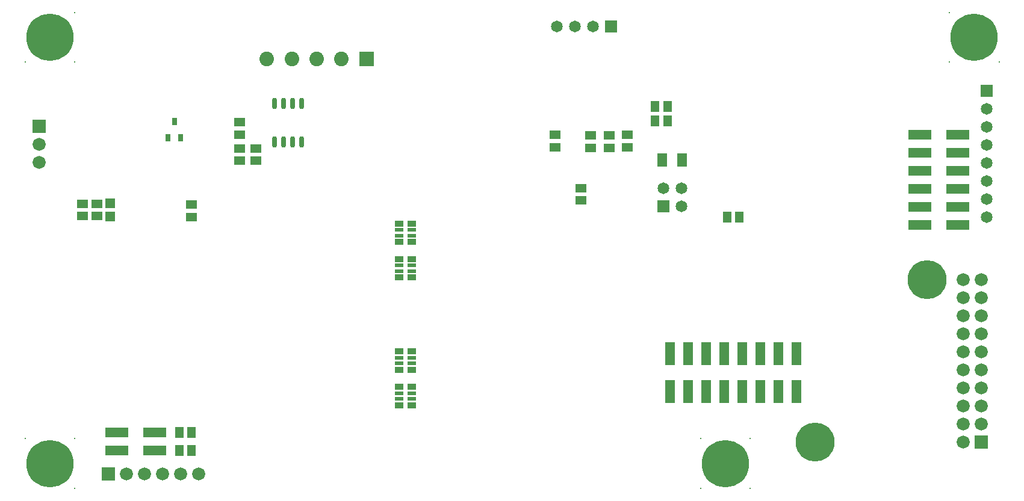
<source format=gbs>
G04 Layer_Color=16711935*
%FSLAX25Y25*%
%MOIN*%
G70*
G01*
G75*
%ADD104R,0.04931X0.06112*%
%ADD109R,0.05324X0.05324*%
%ADD116R,0.06112X0.04931*%
%ADD117R,0.05521X0.07490*%
%ADD126R,0.04931X0.02372*%
%ADD127R,0.04931X0.03356*%
%ADD130R,0.05600X0.12600*%
%ADD144C,0.07200*%
%ADD145R,0.07200X0.07200*%
%ADD146C,0.21600*%
%ADD147C,0.06506*%
%ADD148R,0.06506X0.06506*%
%ADD149R,0.08080X0.08080*%
%ADD150C,0.08080*%
%ADD151R,0.06506X0.06506*%
%ADD152C,0.26191*%
%ADD153R,0.07200X0.07200*%
%ADD154C,0.00724*%
%ADD155R,0.12600X0.05600*%
%ADD156R,0.03159X0.04340*%
%ADD157O,0.02962X0.06309*%
D104*
X91240Y37008D02*
D03*
X98130D02*
D03*
X91240Y27008D02*
D03*
X98130D02*
D03*
X401476Y156398D02*
D03*
X394587D02*
D03*
X361713Y209646D02*
D03*
X354823D02*
D03*
X361713Y217520D02*
D03*
X354823D02*
D03*
D109*
X53150Y156496D02*
D03*
Y163976D02*
D03*
D116*
X124803Y194390D02*
D03*
Y187500D02*
D03*
Y208957D02*
D03*
Y202067D02*
D03*
X133858Y187500D02*
D03*
Y194390D02*
D03*
X313780Y172343D02*
D03*
Y165453D02*
D03*
X299311Y194882D02*
D03*
Y201772D02*
D03*
X319193Y194685D02*
D03*
Y201575D02*
D03*
X329232Y194685D02*
D03*
Y201575D02*
D03*
X339370Y194882D02*
D03*
Y201772D02*
D03*
X98032Y156398D02*
D03*
Y163287D02*
D03*
X45669Y163681D02*
D03*
Y156791D02*
D03*
X37795Y163681D02*
D03*
Y156791D02*
D03*
D117*
X358760Y187992D02*
D03*
X369587D02*
D03*
D126*
X219882Y58661D02*
D03*
Y55512D02*
D03*
X213189Y58661D02*
D03*
Y55512D02*
D03*
X213189Y75197D02*
D03*
Y78347D02*
D03*
X219882Y75197D02*
D03*
Y78347D02*
D03*
X219882Y129528D02*
D03*
Y126378D02*
D03*
X213189Y129528D02*
D03*
Y126378D02*
D03*
X219882Y149213D02*
D03*
Y146063D02*
D03*
X213189Y149213D02*
D03*
Y146063D02*
D03*
D127*
X219882Y62185D02*
D03*
Y51988D02*
D03*
X213189Y62185D02*
D03*
Y51988D02*
D03*
X213189Y71673D02*
D03*
Y81870D02*
D03*
X219882Y71673D02*
D03*
Y81870D02*
D03*
X219882Y133051D02*
D03*
Y122854D02*
D03*
X213189Y133051D02*
D03*
Y122854D02*
D03*
X219882Y152736D02*
D03*
Y142539D02*
D03*
X213189Y152736D02*
D03*
Y142539D02*
D03*
D130*
X363071Y80646D02*
D03*
X373071D02*
D03*
X363071Y59646D02*
D03*
X373071D02*
D03*
X383071Y80646D02*
D03*
Y59646D02*
D03*
X393071Y80646D02*
D03*
Y59646D02*
D03*
X403071Y80646D02*
D03*
Y59646D02*
D03*
X413071Y80646D02*
D03*
Y59646D02*
D03*
X423071Y80646D02*
D03*
Y59646D02*
D03*
X433071Y80646D02*
D03*
Y59646D02*
D03*
D144*
X525433Y121496D02*
D03*
Y111496D02*
D03*
X535433Y121496D02*
D03*
Y111496D02*
D03*
X525433Y101496D02*
D03*
Y91496D02*
D03*
X535433Y101496D02*
D03*
Y91496D02*
D03*
Y41496D02*
D03*
Y51496D02*
D03*
Y61496D02*
D03*
Y71496D02*
D03*
Y81496D02*
D03*
X525433Y31496D02*
D03*
Y41496D02*
D03*
Y51496D02*
D03*
Y61496D02*
D03*
Y71496D02*
D03*
Y81496D02*
D03*
X13780Y186693D02*
D03*
Y196693D02*
D03*
X62165Y13780D02*
D03*
X72165D02*
D03*
X82165D02*
D03*
X92165D02*
D03*
X102165D02*
D03*
D145*
X535433Y31496D02*
D03*
X13780Y206693D02*
D03*
D146*
X443433Y31496D02*
D03*
X505433Y121496D02*
D03*
D147*
X369252Y172402D02*
D03*
Y162402D02*
D03*
X359252Y172402D02*
D03*
X300394Y261811D02*
D03*
X310394D02*
D03*
X320394D02*
D03*
X538386Y156378D02*
D03*
Y166378D02*
D03*
Y176378D02*
D03*
Y186378D02*
D03*
Y196378D02*
D03*
Y206378D02*
D03*
Y216378D02*
D03*
D148*
X359252Y162402D02*
D03*
X330394Y261811D02*
D03*
D149*
X194882Y244094D02*
D03*
D150*
X181103D02*
D03*
X167323D02*
D03*
X153543D02*
D03*
X139764D02*
D03*
D151*
X538386Y226378D02*
D03*
D152*
X393701Y19685D02*
D03*
X531496Y255906D02*
D03*
X19685D02*
D03*
Y19685D02*
D03*
D153*
X52165Y13780D02*
D03*
D154*
X379921Y33465D02*
D03*
X407480D02*
D03*
Y5906D02*
D03*
X379921D02*
D03*
X517717Y242126D02*
D03*
X545276D02*
D03*
X517717Y269685D02*
D03*
X33465D02*
D03*
Y242126D02*
D03*
X5906D02*
D03*
X33465Y5906D02*
D03*
Y33465D02*
D03*
X5906D02*
D03*
D155*
X522244Y201969D02*
D03*
X501244D02*
D03*
X522244Y191969D02*
D03*
X501244D02*
D03*
X522244Y181968D02*
D03*
X501244D02*
D03*
X522244Y171968D02*
D03*
X501244D02*
D03*
X522244Y161969D02*
D03*
X501244D02*
D03*
X522244Y151969D02*
D03*
X501244D02*
D03*
X77756Y37008D02*
D03*
X56756D02*
D03*
X77756Y27008D02*
D03*
X56756D02*
D03*
D156*
X92126Y200098D02*
D03*
X85039D02*
D03*
X88583Y209350D02*
D03*
D157*
X144075Y219390D02*
D03*
X149075D02*
D03*
X154075D02*
D03*
X159075D02*
D03*
X144075Y197933D02*
D03*
X149075D02*
D03*
X154075D02*
D03*
X159075D02*
D03*
M02*

</source>
